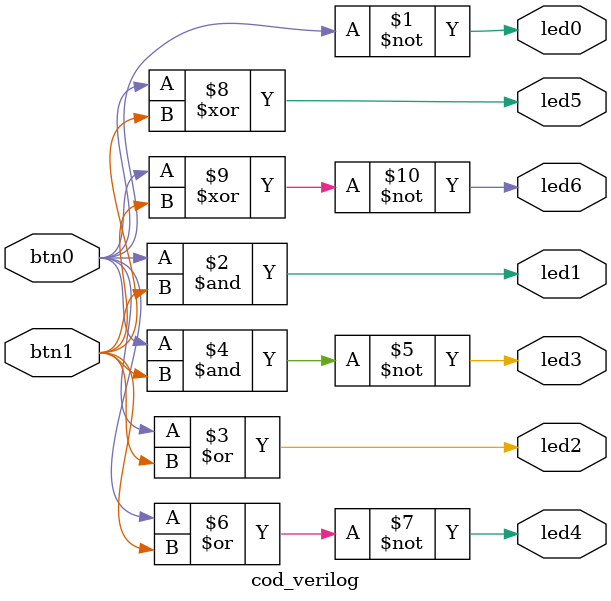
<source format=v>
`timescale 1ns / 1ps
module cod_verilog(
    input btn0,
    input btn1,
    output led0,
    output led1,
    output led2,
    output led3,
    output led4,
    output led5,
    output led6
    );

assign led0 = ~btn0;
assign led1 = btn0 & btn1;
assign led2 = btn0 | btn1;
assign led3 = ~(btn0 & btn1);
assign led4 = ~(btn0 | btn1);
assign led5 = btn0 ^ btn1;
assign led6 = ~(btn0 ^ btn1);

endmodule

</source>
